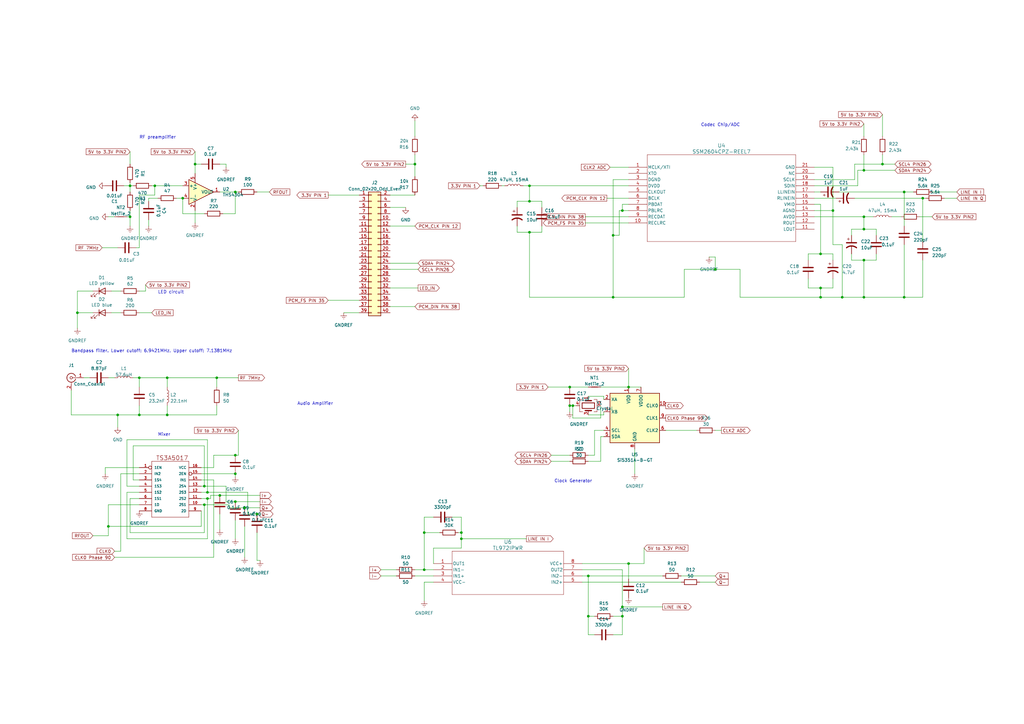
<source format=kicad_sch>
(kicad_sch (version 20230121) (generator eeschema)
  (paper "A3")
  (lib_symbols
    (symbol "2023-05-14_23-19-04:SSM2604CPZ-REEL7" (pin_names (offset 0.254))
      (property "Reference" "U" (at 38.1 10.16 0))
      (property "Value" "SSM2604CPZ-REEL7" (at 38.1 7.62 0))
      (symbol "SSM2604CPZ-REEL7_0_1"
        (pin unspecified line (at 0 0 0) (length 7.62) (name "MCLK/XTI") (number "1"))
        (pin unspecified line (at 0 -22.86 0) (length 7.62) (name "RECLRC") (number "10"))
        (pin unspecified line (at 76.2 -25.4 180) (length 7.62) (name "LOUT") (number "11"))
        (pin unspecified line (at 76.2 -22.86 180) (length 7.62) (name "ROUT") (number "12"))
        (pin power_in line (at 76.2 -20.32 180) (length 7.62) (name "AVDD") (number "13"))
        (pin unspecified line (at 76.2 -17.78 180) (length 7.62) (name "AGND") (number "14"))
        (pin unspecified line (at 76.2 -15.24 180) (length 7.62) (name "VMID") (number "15"))
        (pin unspecified line (at 76.2 -12.7 180) (length 7.62) (name "RLINEIN") (number "16"))
        (pin unspecified line (at 76.2 -10.16 180) (length 7.62) (name "LLINEIN") (number "17"))
        (pin unspecified line (at 76.2 -7.62 180) (length 7.62) (name "SDIN") (number "18"))
        (pin unspecified line (at 76.2 -5.08 180) (length 7.62) (name "SCLK") (number "19"))
        (pin unspecified line (at 0 -2.54 0) (length 7.62) (name "XTO") (number "2"))
        (pin unspecified line (at 76.2 -2.54 180) (length 7.62) (name "NC") (number "20"))
        (pin unspecified line (at 76.2 0 180) (length 7.62) (name "GND") (number "21"))
        (pin unspecified line (at 0 -5.08 0) (length 7.62) (name "DGND") (number "3"))
        (pin power_in line (at 0 -7.62 0) (length 7.62) (name "DVDD") (number "4"))
        (pin unspecified line (at 0 -10.16 0) (length 7.62) (name "CLKOUT") (number "5"))
        (pin unspecified line (at 0 -12.7 0) (length 7.62) (name "BCLK") (number "6"))
        (pin unspecified line (at 0 -15.24 0) (length 7.62) (name "PBDAT") (number "7"))
        (pin unspecified line (at 0 -17.78 0) (length 7.62) (name "PBLRC") (number "8"))
        (pin unspecified line (at 0 -20.32 0) (length 7.62) (name "RECDAT") (number "9"))
      )
    )
    (symbol "2023-05-21_05-51-49:TL972IPWR" (pin_names (offset 0.254))
      (property "Reference" "U" (at 30.48 10.16 0))
      (property "Value" "TL972IPWR" (at 30.48 7.62 0))
      (symbol "TL972IPWR_0_1"
        (pin output line (at 0 0 0) (length 7.62) (name "OUT1") (number "1"))
        (pin input line (at 0 -2.54 0) (length 7.62) (name "IN1-") (number "2"))
        (pin input line (at 0 -5.08 0) (length 7.62) (name "IN1+") (number "3"))
        (pin power_in line (at 0 -7.62 0) (length 7.62) (name "VCC-") (number "4"))
        (pin input line (at 60.96 -7.62 180) (length 7.62) (name "IN2+") (number "5"))
        (pin input line (at 60.96 -5.08 180) (length 7.62) (name "IN2-") (number "6"))
        (pin output line (at 60.96 -2.54 180) (length 7.62) (name "OUT2") (number "7"))
        (pin power_in line (at 60.96 0 180) (length 7.62) (name "VCC+") (number "8"))
      )
    )
    (symbol "Connector:Conn_Coaxial" (pin_names (offset 1.016) hide)
      (property "Reference" "J" (at 0.254 3.048 0))
      (property "Value" "Conn_Coaxial" (at 2.921 0 90))
      (symbol "Conn_Coaxial_1_1"
        (pin passive line (at -5.08 0 0) (length 2.54) (name "In") (number "1"))
        (pin passive line (at 0 -5.08 90) (length 2.54) (name "Ext") (number "2"))
      )
    )
    (symbol "Connector_Generic:Conn_02x20_Odd_Even" (pin_names (offset 1.016) hide)
      (property "Reference" "J" (at 1.27 25.4 0))
      (property "Value" "Conn_02x20_Odd_Even" (at 1.27 -27.94 0))
      (symbol "Conn_02x20_Odd_Even_1_1"
        (pin passive line (at -5.08 22.86 0) (length 3.81) (name "Pin_1") (number "1"))
        (pin passive line (at 7.62 12.7 180) (length 3.81) (name "Pin_10") (number "10"))
        (pin passive line (at -5.08 10.16 0) (length 3.81) (name "Pin_11") (number "11"))
        (pin passive line (at 7.62 10.16 180) (length 3.81) (name "Pin_12") (number "12"))
        (pin passive line (at -5.08 7.62 0) (length 3.81) (name "Pin_13") (number "13"))
        (pin passive line (at 7.62 7.62 180) (length 3.81) (name "Pin_14") (number "14"))
        (pin passive line (at -5.08 5.08 0) (length 3.81) (name "Pin_15") (number "15"))
        (pin passive line (at 7.62 5.08 180) (length 3.81) (name "Pin_16") (number "16"))
        (pin passive line (at -5.08 2.54 0) (length 3.81) (name "Pin_17") (number "17"))
        (pin passive line (at 7.62 2.54 180) (length 3.81) (name "Pin_18") (number "18"))
        (pin passive line (at -5.08 0 0) (length 3.81) (name "Pin_19") (number "19"))
        (pin passive line (at 7.62 22.86 180) (length 3.81) (name "Pin_2") (number "2"))
        (pin passive line (at 7.62 0 180) (length 3.81) (name "Pin_20") (number "20"))
        (pin passive line (at -5.08 -2.54 0) (length 3.81) (name "Pin_21") (number "21"))
        (pin passive line (at 7.62 -2.54 180) (length 3.81) (name "Pin_22") (number "22"))
        (pin passive line (at -5.08 -5.08 0) (length 3.81) (name "Pin_23") (number "23"))
        (pin passive line (at 7.62 -5.08 180) (length 3.81) (name "Pin_24") (number "24"))
        (pin passive line (at -5.08 -7.62 0) (length 3.81) (name "Pin_25") (number "25"))
        (pin passive line (at 7.62 -7.62 180) (length 3.81) (name "Pin_26") (number "26"))
        (pin passive line (at -5.08 -10.16 0) (length 3.81) (name "Pin_27") (number "27"))
        (pin passive line (at 7.62 -10.16 180) (length 3.81) (name "Pin_28") (number "28"))
        (pin passive line (at -5.08 -12.7 0) (length 3.81) (name "Pin_29") (number "29"))
        (pin passive line (at -5.08 20.32 0) (length 3.81) (name "Pin_3") (number "3"))
        (pin passive line (at 7.62 -12.7 180) (length 3.81) (name "Pin_30") (number "30"))
        (pin passive line (at -5.08 -15.24 0) (length 3.81) (name "Pin_31") (number "31"))
        (pin passive line (at 7.62 -15.24 180) (length 3.81) (name "Pin_32") (number "32"))
        (pin passive line (at -5.08 -17.78 0) (length 3.81) (name "Pin_33") (number "33"))
        (pin passive line (at 7.62 -17.78 180) (length 3.81) (name "Pin_34") (number "34"))
        (pin passive line (at -5.08 -20.32 0) (length 3.81) (name "Pin_35") (number "35"))
        (pin passive line (at 7.62 -20.32 180) (length 3.81) (name "Pin_36") (number "36"))
        (pin passive line (at -5.08 -22.86 0) (length 3.81) (name "Pin_37") (number "37"))
        (pin passive line (at 7.62 -22.86 180) (length 3.81) (name "Pin_38") (number "38"))
        (pin passive line (at -5.08 -25.4 0) (length 3.81) (name "Pin_39") (number "39"))
        (pin passive line (at 7.62 20.32 180) (length 3.81) (name "Pin_4") (number "4"))
        (pin passive line (at 7.62 -25.4 180) (length 3.81) (name "Pin_40") (number "40"))
        (pin passive line (at -5.08 17.78 0) (length 3.81) (name "Pin_5") (number "5"))
        (pin passive line (at 7.62 17.78 180) (length 3.81) (name "Pin_6") (number "6"))
        (pin passive line (at -5.08 15.24 0) (length 3.81) (name "Pin_7") (number "7"))
        (pin passive line (at 7.62 15.24 180) (length 3.81) (name "Pin_8") (number "8"))
        (pin passive line (at -5.08 12.7 0) (length 3.81) (name "Pin_9") (number "9"))
      )
    )
    (symbol "Device:C" (pin_numbers hide) (pin_names (offset 0.254))
      (property "Reference" "C" (at 0.635 2.54 0))
      (property "Value" "C" (at 0.635 -2.54 0))
      (symbol "C_1_1"
        (pin passive line (at 0 3.81 270) (length 2.794) (name "~") (number "1"))
        (pin passive line (at 0 -3.81 90) (length 2.794) (name "~") (number "2"))
      )
    )
    (symbol "Device:C_Polarized_US" (pin_numbers hide) (pin_names (offset 0.254) hide)
      (property "Reference" "C" (at 0.635 2.54 0))
      (property "Value" "C_Polarized_US" (at 0.635 -2.54 0))
      (symbol "C_Polarized_US_1_1"
        (pin passive line (at 0 3.81 270) (length 2.794) (name "~") (number "1"))
        (pin passive line (at 0 -3.81 90) (length 3.302) (name "~") (number "2"))
      )
    )
    (symbol "Device:Crystal_GND24" (pin_names (offset 1.016) hide)
      (property "Reference" "Y" (at 3.175 5.08 0))
      (property "Value" "Crystal_GND24" (at 3.175 3.175 0))
      (symbol "Crystal_GND24_1_1"
        (pin passive line (at -3.81 0 0) (length 1.27) (name "1") (number "1"))
        (pin passive line (at 0 5.08 270) (length 1.27) (name "2") (number "2"))
        (pin passive line (at 3.81 0 180) (length 1.27) (name "3") (number "3"))
        (pin passive line (at 0 -5.08 90) (length 1.27) (name "4") (number "4"))
      )
    )
    (symbol "Device:L" (pin_numbers hide) (pin_names (offset 1.016) hide)
      (property "Reference" "L" (at -1.27 0 90))
      (property "Value" "L" (at 1.905 0 90))
      (symbol "L_1_1"
        (pin passive line (at 0 3.81 270) (length 1.27) (name "1") (number "1"))
        (pin passive line (at 0 -3.81 90) (length 1.27) (name "2") (number "2"))
      )
    )
    (symbol "Device:LED" (pin_numbers hide) (pin_names (offset 1.016) hide)
      (property "Reference" "D" (at 0 2.54 0))
      (property "Value" "LED" (at 0 -2.54 0))
      (symbol "LED_1_1"
        (pin passive line (at -3.81 0 0) (length 2.54) (name "K") (number "1"))
        (pin passive line (at 3.81 0 180) (length 2.54) (name "A") (number "2"))
      )
    )
    (symbol "Device:NetTie_2" (pin_numbers hide) (pin_names (offset 0) hide) (in_bom no)
      (property "Reference" "NT" (at 0 1.27 0))
      (property "Value" "NetTie_2" (at 0 -1.27 0))
      (symbol "NetTie_2_1_1"
        (pin passive line (at -2.54 0 0) (length 2.54) (name "1") (number "1"))
        (pin passive line (at 2.54 0 180) (length 2.54) (name "2") (number "2"))
      )
    )
    (symbol "Device:R" (pin_numbers hide) (pin_names (offset 0))
      (property "Reference" "R" (at 2.032 0 90))
      (property "Value" "R" (at 0 0 90))
      (symbol "R_1_1"
        (pin passive line (at 0 3.81 270) (length 1.27) (name "~") (number "1"))
        (pin passive line (at 0 -3.81 90) (length 1.27) (name "~") (number "2"))
      )
    )
    (symbol "Oscillator:Si5351A-B-GT"
      (property "Reference" "U" (at -8.89 11.43 0))
      (property "Value" "Si5351A-B-GT" (at -12.7 -12.7 0))
      (symbol "Si5351A-B-GT_1_1"
        (pin power_in line (at -2.54 12.7 270) (length 2.54) (name "VDD") (number "1"))
        (pin output line (at 12.7 5.08 180) (length 2.54) (name "CLK0") (number "10"))
        (pin input line (at -12.7 7.62 0) (length 2.54) (name "XA") (number "2"))
        (pin input line (at -12.7 2.54 0) (length 2.54) (name "XB") (number "3"))
        (pin input line (at -12.7 -5.08 0) (length 2.54) (name "SCL") (number "4"))
        (pin bidirectional line (at -12.7 -7.62 0) (length 2.54) (name "SDA") (number "5"))
        (pin output line (at 12.7 -5.08 180) (length 2.54) (name "CLK2") (number "6"))
        (pin power_in line (at 2.54 12.7 270) (length 2.54) (name "VDDO") (number "7"))
        (pin power_in line (at 0 -12.7 90) (length 2.54) (name "GND") (number "8"))
        (pin output line (at 12.7 0 180) (length 2.54) (name "CLK1") (number "9"))
      )
    )
    (symbol "bbb-rescue:THS4304-phwllib" (pin_names (offset 0.127))
      (property "Reference" "U" (at 0 6.35 0))
      (property "Value" "THS4304-phwllib" (at 0 3.81 0))
      (symbol "THS4304-phwllib_1_1"
        (pin output line (at 7.62 0 180) (length 2.54) (name "VOUT") (number "1"))
        (pin power_in line (at -2.54 -7.62 90) (length 3.81) (name "V-") (number "2"))
        (pin input line (at -7.62 2.54 0) (length 2.54) (name "+") (number "3"))
        (pin input line (at -7.62 -2.54 0) (length 2.54) (name "-") (number "4"))
        (pin power_in line (at -2.54 7.62 270) (length 3.81) (name "V+") (number "5"))
      )
    )
    (symbol "bbb-rescue:TS3A5017-phwllib" (pin_names (offset 1.016))
      (symbol "TS3A5017-phwllib_1_0"
        (text "TS3A5017" (at 0.762 11.557 0) (effects (font (size 1.778 1.778))))
      )
      (symbol "TS3A5017-phwllib_1_1"
        (pin input inverted (at -12.7 7.62 0) (length 5.08) (name "1EN") (number "1"))
        (pin bidirectional line (at 12.7 -7.62 180) (length 5.08) (name "2S1") (number "10"))
        (pin bidirectional line (at 12.7 -5.08 180) (length 5.08) (name "2S2") (number "11"))
        (pin bidirectional line (at 12.7 -2.54 180) (length 5.08) (name "2S3") (number "12"))
        (pin bidirectional line (at 12.7 0 180) (length 5.08) (name "2S4") (number "13"))
        (pin input line (at 12.7 2.54 180) (length 5.08) (name "IN1") (number "14"))
        (pin input inverted (at 12.7 5.08 180) (length 5.08) (name "2EN") (number "15"))
        (pin power_in line (at 12.7 7.62 180) (length 5.08) (name "VCC") (number "16"))
        (pin input line (at -12.7 5.08 0) (length 5.08) (name "IN2") (number "2"))
        (pin bidirectional line (at -12.7 2.54 0) (length 5.08) (name "1S4") (number "3"))
        (pin bidirectional line (at -12.7 0 0) (length 5.08) (name "1S3") (number "4"))
        (pin bidirectional line (at -12.7 -2.54 0) (length 5.08) (name "1S2") (number "5"))
        (pin bidirectional line (at -12.7 -5.08 0) (length 5.08) (name "1S1") (number "6"))
        (pin bidirectional line (at -12.7 -7.62 0) (length 5.08) (name "1D") (number "7"))
        (pin power_in line (at -12.7 -10.16 0) (length 5.08) (name "GND") (number "8"))
        (pin bidirectional line (at 12.7 -10.16 180) (length 5.08) (name "2D") (number "9"))
      )
    )
    (symbol "power:GND" (power) (pin_names (offset 0))
      (property "Value" "GND" (at 0 -3.81 0))
      (symbol "GND_1_1"
        (pin power_in line (at 0 0 270) (length 0) hide (name "GND") (number "1"))
      )
    )
    (symbol "power:GNDREF" (power) (pin_names (offset 0))
      (property "Value" "GNDREF" (at 0 -3.81 0))
      (symbol "GNDREF_1_1"
        (pin power_in line (at 0 0 270) (length 0) hide (name "GNDREF") (number "1"))
      )
    )
  )
  (junction (at 217.17 95.25))
  (junction (at 173.99 233.68))
  (junction (at 85.09 204.47))
  (junction (at 336.55 118.11))
  (junction (at 96.52 78.74))
  (junction (at 241.3 252.73))
  (junction (at 336.55 104.14))
  (junction (at 85.09 201.93))
  (junction (at 63.5 76.2))
  (junction (at 336.55 121.92))
  (junction (at 80.01 67.31))
  (junction (at 257.81 158.75))
  (junction (at 251.46 121.92))
  (junction (at 31.75 128.27))
  (junction (at 241.3 236.22))
  (junction (at 68.58 154.94))
  (junction (at 345.44 121.92))
  (junction (at 255.27 248.92))
  (junction (at 233.68 158.75))
  (junction (at 354.33 93.98))
  (junction (at 354.33 88.9))
  (junction (at 255.27 86.36))
  (junction (at 83.82 199.39))
  (junction (at 370.84 121.92))
  (junction (at 74.93 81.28))
  (junction (at 173.99 218.44))
  (junction (at 370.84 78.74))
  (junction (at 90.17 203.2))
  (junction (at 105.41 210.82))
  (junction (at 217.17 82.55))
  (junction (at 170.18 67.31))
  (junction (at 189.23 220.98))
  (junction (at 57.15 154.94))
  (junction (at 88.9 154.94))
  (junction (at 378.46 81.28))
  (junction (at 234.95 166.37))
  (junction (at 48.26 170.18))
  (junction (at 96.52 194.31))
  (junction (at 83.82 207.01))
  (junction (at 189.23 218.44))
  (junction (at 57.15 170.18))
  (junction (at 341.63 86.36))
  (junction (at 100.33 208.28))
  (junction (at 354.33 106.68))
  (junction (at 233.68 166.37))
  (junction (at 255.27 252.73))
  (junction (at 354.33 69.85))
  (junction (at 293.37 110.49))
  (junction (at 96.52 186.69))
  (junction (at 96.52 205.74))
  (junction (at 361.95 67.31))
  (junction (at 44.45 215.9))
  (junction (at 354.33 121.92))
  (junction (at 53.34 76.2))
  (junction (at 53.34 88.9))
  (junction (at 217.17 76.2))
  (junction (at 251.46 96.52))
  (junction (at 68.58 170.18))
  (junction (at 257.81 231.14))
  (wire (pts (xy 247.65 168.91) (xy 247.65 170.18)))
  (wire (pts (xy 255.27 233.68) (xy 255.27 248.92)))
  (wire (pts (xy 101.6 201.93) (xy 101.6 210.82)))
  (wire (pts (xy 262.89 158.75) (xy 257.81 158.75)))
  (wire (pts (xy 173.99 212.09) (xy 173.99 218.44)))
  (wire (pts (xy 370.84 121.92) (xy 378.46 121.92)))
  (wire (pts (xy 59.69 116.84) (xy 59.69 119.38)))
  (wire (pts (xy 44.45 88.9) (xy 46.99 88.9)))
  (wire (pts (xy 96.52 205.74) (xy 106.68 205.74)))
  (wire (pts (xy 38.1 219.71) (xy 44.45 219.71)))
  (wire (pts (xy 350.52 67.31) (xy 350.52 73.66)))
  (wire (pts (xy 57.15 201.93) (xy 52.07 201.93)))
  (wire (pts (xy 53.34 218.44) (xy 83.82 218.44)))
  (wire (pts (xy 96.52 213.36) (xy 96.52 220.98)))
  (wire (pts (xy 83.82 87.63) (xy 74.93 87.63)))
  (wire (pts (xy 255.27 248.92) (xy 271.78 248.92)))
  (wire (pts (xy 251.46 121.92) (xy 280.67 121.92)))
  (wire (pts (xy 82.55 199.39) (xy 83.82 199.39)))
  (wire (pts (xy 85.09 201.93) (xy 101.6 201.93)))
  (wire (pts (xy 156.21 233.68) (xy 162.56 233.68)))
  (wire (pts (xy 87.63 191.77) (xy 82.55 191.77)))
  (wire (pts (xy 354.33 50.8) (xy 354.33 55.88)))
  (wire (pts (xy 240.03 88.9) (xy 257.81 88.9)))
  (wire (pts (xy 43.18 191.77) (xy 43.18 194.31)))
  (wire (pts (xy 57.15 170.18) (xy 48.26 170.18)))
  (wire (pts (xy 349.25 106.68) (xy 354.33 106.68)))
  (wire (pts (xy 351.79 69.85) (xy 354.33 69.85)))
  (wire (pts (xy 334.01 81.28) (xy 342.9 81.28)))
  (wire (pts (xy 205.74 76.2) (xy 207.01 76.2)))
  (wire (pts (xy 260.35 184.15) (xy 260.35 194.31)))
  (wire (pts (xy 354.33 106.68) (xy 359.41 106.68)))
  (wire (pts (xy 354.33 88.9) (xy 354.33 93.98)))
  (wire (pts (xy 160.02 110.49) (xy 171.45 110.49)))
  (wire (pts (xy 241.3 260.35) (xy 243.84 260.35)))
  (wire (pts (xy 160.02 80.01) (xy 170.18 80.01)))
  (wire (pts (xy 177.8 224.79) (xy 177.8 231.14)))
  (wire (pts (xy 105.41 78.74) (xy 110.49 78.74)))
  (wire (pts (xy 255.27 86.36) (xy 257.81 86.36)))
  (wire (pts (xy 62.23 76.2) (xy 63.5 76.2)))
  (wire (pts (xy 303.53 121.92) (xy 303.53 110.49)))
  (wire (pts (xy 365.76 88.9) (xy 369.57 88.9)))
  (wire (pts (xy 57.15 80.01) (xy 63.5 80.01)))
  (wire (pts (xy 341.63 118.11) (xy 341.63 114.3)))
  (wire (pts (xy 257.81 231.14) (xy 257.81 237.49)))
  (wire (pts (xy 54.61 154.94) (xy 57.15 154.94)))
  (wire (pts (xy 173.99 218.44) (xy 173.99 233.68)))
  (wire (pts (xy 241.3 236.22) (xy 271.78 236.22)))
  (wire (pts (xy 361.95 63.5) (xy 361.95 67.31)))
  (wire (pts (xy 63.5 80.01) (xy 63.5 76.2)))
  (wire (pts (xy 53.34 62.23) (xy 53.34 67.31)))
  (wire (pts (xy 90.17 78.74) (xy 96.52 78.74)))
  (wire (pts (xy 293.37 110.49) (xy 303.53 110.49)))
  (wire (pts (xy 212.09 85.09) (xy 212.09 82.55)))
  (wire (pts (xy 38.1 128.27) (xy 31.75 128.27)))
  (wire (pts (xy 280.67 121.92) (xy 280.67 110.49)))
  (wire (pts (xy 280.67 110.49) (xy 293.37 110.49)))
  (wire (pts (xy 264.16 224.79) (xy 264.16 231.14)))
  (wire (pts (xy 52.07 199.39) (xy 52.07 180.34)))
  (wire (pts (xy 378.46 81.28) (xy 350.52 81.28)))
  (wire (pts (xy 238.76 233.68) (xy 255.27 233.68)))
  (wire (pts (xy 88.9 154.94) (xy 97.79 154.94)))
  (wire (pts (xy 217.17 95.25) (xy 217.17 121.92)))
  (wire (pts (xy 160.02 92.71) (xy 170.18 92.71)))
  (wire (pts (xy 82.55 201.93) (xy 85.09 201.93)))
  (wire (pts (xy 331.47 114.3) (xy 331.47 118.11)))
  (wire (pts (xy 361.95 67.31) (xy 367.03 67.31)))
  (wire (pts (xy 217.17 95.25) (xy 222.25 95.25)))
  (wire (pts (xy 378.46 81.28) (xy 378.46 99.06)))
  (wire (pts (xy 29.21 170.18) (xy 29.21 160.02)))
  (wire (pts (xy 217.17 82.55) (xy 222.25 82.55)))
  (wire (pts (xy 44.45 207.01) (xy 44.45 215.9)))
  (wire (pts (xy 382.27 78.74) (xy 392.43 78.74)))
  (wire (pts (xy 345.44 121.92) (xy 336.55 121.92)))
  (wire (pts (xy 52.07 88.9) (xy 53.34 88.9)))
  (wire (pts (xy 361.95 46.99) (xy 361.95 55.88)))
  (wire (pts (xy 217.17 76.2) (xy 257.81 76.2)))
  (wire (pts (xy 87.63 186.69) (xy 87.63 191.77)))
  (wire (pts (xy 350.52 67.31) (xy 361.95 67.31)))
  (wire (pts (xy 80.01 62.23) (xy 80.01 67.31)))
  (wire (pts (xy 173.99 218.44) (xy 180.34 218.44)))
  (wire (pts (xy 246.38 158.75) (xy 257.81 158.75)))
  (wire (pts (xy 345.44 100.33) (xy 345.44 121.92)))
  (wire (pts (xy 334.01 86.36) (xy 341.63 86.36)))
  (wire (pts (xy 255.27 248.92) (xy 255.27 252.73)))
  (wire (pts (xy 350.52 73.66) (xy 334.01 73.66)))
  (wire (pts (xy 96.52 87.63) (xy 96.52 78.74)))
  (wire (pts (xy 57.15 154.94) (xy 68.58 154.94)))
  (wire (pts (xy 226.06 186.69) (xy 233.68 186.69)))
  (wire (pts (xy 53.34 204.47) (xy 53.34 218.44)))
  (wire (pts (xy 170.18 236.22) (xy 177.8 236.22)))
  (wire (pts (xy 246.38 189.23) (xy 246.38 179.07)))
  (wire (pts (xy 48.26 170.18) (xy 29.21 170.18)))
  (wire (pts (xy 46.99 226.06) (xy 49.53 226.06)))
  (wire (pts (xy 93.98 207.01) (xy 93.98 208.28)))
  (wire (pts (xy 170.18 67.31) (xy 170.18 72.39)))
  (wire (pts (xy 31.75 119.38) (xy 31.75 128.27)))
  (wire (pts (xy 331.47 118.11) (xy 336.55 118.11)))
  (wire (pts (xy 334.01 88.9) (xy 354.33 88.9)))
  (wire (pts (xy 74.93 87.63) (xy 74.93 81.28)))
  (wire (pts (xy 43.18 191.77) (xy 57.15 191.77)))
  (wire (pts (xy 351.79 76.2) (xy 334.01 76.2)))
  (wire (pts (xy 92.71 205.74) (xy 96.52 205.74)))
  (wire (pts (xy 214.63 76.2) (xy 217.17 76.2)))
  (wire (pts (xy 354.33 121.92) (xy 345.44 121.92)))
  (wire (pts (xy 334.01 78.74) (xy 336.55 78.74)))
  (wire (pts (xy 349.25 96.52) (xy 349.25 93.98)))
  (wire (pts (xy 49.53 194.31) (xy 57.15 194.31)))
  (wire (pts (xy 336.55 104.14) (xy 331.47 104.14)))
  (wire (pts (xy 140.97 128.27) (xy 147.32 128.27)))
  (wire (pts (xy 246.38 166.37) (xy 246.38 171.45)))
  (wire (pts (xy 233.68 158.75) (xy 241.3 158.75)))
  (wire (pts (xy 341.63 106.68) (xy 341.63 104.14)))
  (wire (pts (xy 238.76 238.76) (xy 279.4 238.76)))
  (wire (pts (xy 257.81 151.13) (xy 257.81 158.75)))
  (wire (pts (xy 243.84 176.53) (xy 243.84 186.69)))
  (wire (pts (xy 60.96 90.17) (xy 60.96 92.71)))
  (wire (pts (xy 83.82 207.01) (xy 93.98 207.01)))
  (wire (pts (xy 255.27 252.73) (xy 255.27 260.35)))
  (wire (pts (xy 189.23 218.44) (xy 189.23 220.98)))
  (wire (pts (xy 68.58 154.94) (xy 68.58 158.75)))
  (wire (pts (xy 233.68 166.37) (xy 233.68 168.91)))
  (wire (pts (xy 53.34 76.2) (xy 54.61 76.2)))
  (wire (pts (xy 212.09 95.25) (xy 217.17 95.25)))
  (wire (pts (xy 156.21 236.22) (xy 162.56 236.22)))
  (wire (pts (xy 379.73 81.28) (xy 378.46 81.28)))
  (wire (pts (xy 86.36 204.47) (xy 85.09 204.47)))
  (wire (pts (xy 378.46 106.68) (xy 378.46 121.92)))
  (wire (pts (xy 349.25 93.98) (xy 354.33 93.98)))
  (wire (pts (xy 44.45 219.71) (xy 44.45 215.9)))
  (wire (pts (xy 354.33 63.5) (xy 354.33 69.85)))
  (wire (pts (xy 354.33 121.92) (xy 370.84 121.92)))
  (wire (pts (xy 166.37 67.31) (xy 170.18 67.31)))
  (wire (pts (xy 85.09 180.34) (xy 85.09 201.93)))
  (wire (pts (xy 57.15 128.27) (xy 62.23 128.27)))
  (wire (pts (xy 90.17 210.82) (xy 90.17 217.17)))
  (wire (pts (xy 246.38 171.45) (xy 234.95 171.45)))
  (wire (pts (xy 217.17 76.2) (xy 217.17 82.55)))
  (wire (pts (xy 254 86.36) (xy 254 96.52)))
  (wire (pts (xy 87.63 196.85) (xy 87.63 228.6)))
  (wire (pts (xy 87.63 186.69) (xy 96.52 186.69)))
  (wire (pts (xy 257.81 83.82) (xy 255.27 83.82)))
  (wire (pts (xy 222.25 85.09) (xy 222.25 82.55)))
  (wire (pts (xy 173.99 246.38) (xy 173.99 238.76)))
  (wire (pts (xy 83.82 182.88) (xy 83.82 199.39)))
  (wire (pts (xy 170.18 233.68) (xy 173.99 233.68)))
  (wire (pts (xy 97.79 176.53) (xy 97.79 186.69)))
  (wire (pts (xy 341.63 86.36) (xy 341.63 68.58)))
  (wire (pts (xy 250.19 68.58) (xy 257.81 68.58)))
  (wire (pts (xy 44.45 215.9) (xy 82.55 215.9)))
  (wire (pts (xy 344.17 78.74) (xy 370.84 78.74)))
  (wire (pts (xy 100.33 215.9) (xy 100.33 228.6)))
  (wire (pts (xy 45.72 119.38) (xy 49.53 119.38)))
  (wire (pts (xy 341.63 104.14) (xy 336.55 104.14)))
  (wire (pts (xy 354.33 88.9) (xy 358.14 88.9)))
  (wire (pts (xy 189.23 220.98) (xy 189.23 224.79)))
  (wire (pts (xy 90.17 203.2) (xy 106.68 203.2)))
  (wire (pts (xy 83.82 199.39) (xy 92.71 199.39)))
  (wire (pts (xy 234.95 171.45) (xy 234.95 166.37)))
  (wire (pts (xy 331.47 104.14) (xy 331.47 106.68)))
  (wire (pts (xy 82.55 67.31) (xy 80.01 67.31)))
  (wire (pts (xy 251.46 252.73) (xy 255.27 252.73)))
  (wire (pts (xy 34.29 154.94) (xy 36.83 154.94)))
  (wire (pts (xy 354.33 93.98) (xy 359.41 93.98)))
  (wire (pts (xy 85.09 220.98) (xy 85.09 204.47)))
  (wire (pts (xy 177.8 233.68) (xy 173.99 233.68)))
  (wire (pts (xy 53.34 76.2) (xy 53.34 74.93)))
  (wire (pts (xy 359.41 96.52) (xy 359.41 93.98)))
  (wire (pts (xy 86.36 203.2) (xy 90.17 203.2)))
  (wire (pts (xy 241.3 252.73) (xy 241.3 260.35)))
  (wire (pts (xy 54.61 182.88) (xy 83.82 182.88)))
  (wire (pts (xy 177.8 212.09) (xy 173.99 212.09)))
  (wire (pts (xy 88.9 154.94) (xy 88.9 158.75)))
  (wire (pts (xy 60.96 81.28) (xy 60.96 82.55)))
  (wire (pts (xy 105.41 218.44) (xy 105.41 229.87)))
  (wire (pts (xy 82.55 196.85) (xy 87.63 196.85)))
  (wire (pts (xy 241.3 236.22) (xy 241.3 252.73)))
  (wire (pts (xy 96.52 78.74) (xy 97.79 78.74)))
  (wire (pts (xy 251.46 73.66) (xy 251.46 96.52)))
  (wire (pts (xy 248.92 81.28) (xy 257.81 81.28)))
  (wire (pts (xy 370.84 100.33) (xy 370.84 121.92)))
  (wire (pts (xy 234.95 166.37) (xy 233.68 166.37)))
  (wire (pts (xy 290.83 105.41) (xy 293.37 105.41)))
  (wire (pts (xy 50.8 76.2) (xy 53.34 76.2)))
  (wire (pts (xy 160.02 107.95) (xy 171.45 107.95)))
  (wire (pts (xy 160.02 85.09) (xy 166.37 85.09)))
  (wire (pts (xy 68.58 170.18) (xy 68.58 166.37)))
  (wire (pts (xy 49.53 194.31) (xy 49.53 226.06)))
  (wire (pts (xy 48.26 170.18) (xy 48.26 175.26)))
  (wire (pts (xy 46.99 228.6) (xy 87.63 228.6)))
  (wire (pts (xy 251.46 96.52) (xy 251.46 121.92)))
  (wire (pts (xy 68.58 154.94) (xy 88.9 154.94)))
  (wire (pts (xy 160.02 118.11) (xy 171.45 118.11)))
  (wire (pts (xy 96.52 195.58) (xy 96.52 194.31)))
  (wire (pts (xy 293.37 105.41) (xy 293.37 110.49)))
  (wire (pts (xy 57.15 199.39) (xy 52.07 199.39)))
  (wire (pts (xy 88.9 170.18) (xy 68.58 170.18)))
  (wire (pts (xy 212.09 95.25) (xy 212.09 92.71)))
  (wire (pts (xy 55.88 101.6) (xy 57.15 101.6)))
  (wire (pts (xy 57.15 196.85) (xy 54.61 196.85)))
  (wire (pts (xy 53.34 88.9) (xy 53.34 92.71)))
  (wire (pts (xy 134.62 80.01) (xy 147.32 80.01)))
  (wire (pts (xy 354.33 69.85) (xy 367.03 69.85)))
  (wire (pts (xy 53.34 78.74) (xy 53.34 76.2)))
  (wire (pts (xy 92.71 199.39) (xy 92.71 205.74)))
  (wire (pts (xy 241.3 252.73) (xy 243.84 252.73)))
  (wire (pts (xy 68.58 170.18) (xy 57.15 170.18)))
  (wire (pts (xy 53.34 86.36) (xy 53.34 88.9)))
  (wire (pts (xy 105.41 229.87) (xy 106.68 229.87)))
  (wire (pts (xy 196.85 76.2) (xy 198.12 76.2)))
  (wire (pts (xy 82.55 194.31) (xy 96.52 194.31)))
  (wire (pts (xy 57.15 101.6) (xy 57.15 80.01)))
  (wire (pts (xy 52.07 201.93) (xy 52.07 220.98)))
  (wire (pts (xy 31.75 128.27) (xy 31.75 134.62)))
  (wire (pts (xy 185.42 212.09) (xy 189.23 212.09)))
  (wire (pts (xy 49.53 128.27) (xy 45.72 128.27)))
  (wire (pts (xy 92.71 67.31) (xy 92.71 68.58)))
  (wire (pts (xy 173.99 238.76) (xy 177.8 238.76)))
  (wire (pts (xy 57.15 119.38) (xy 59.69 119.38)))
  (wire (pts (xy 74.93 81.28) (xy 72.39 81.28)))
  (wire (pts (xy 241.3 186.69) (xy 243.84 186.69)))
  (wire (pts (xy 354.33 106.68) (xy 354.33 121.92)))
  (wire (pts (xy 189.23 220.98) (xy 215.9 220.98)))
  (wire (pts (xy 38.1 119.38) (xy 31.75 119.38)))
  (wire (pts (xy 254 86.36) (xy 255.27 86.36)))
  (wire (pts (xy 351.79 69.85) (xy 351.79 76.2)))
  (wire (pts (xy 106.68 210.82) (xy 105.41 210.82)))
  (wire (pts (xy 257.81 231.14) (xy 264.16 231.14)))
  (wire (pts (xy 97.79 186.69) (xy 96.52 186.69)))
  (wire (pts (xy 64.77 81.28) (xy 60.96 81.28)))
  (wire (pts (xy 57.15 154.94) (xy 57.15 158.75)))
  (wire (pts (xy 336.55 83.82) (xy 336.55 104.14)))
  (wire (pts (xy 251.46 96.52) (xy 254 96.52)))
  (wire (pts (xy 370.84 78.74) (xy 374.65 78.74)))
  (wire (pts (xy 100.33 208.28) (xy 106.68 208.28)))
  (wire (pts (xy 63.5 76.2) (xy 74.93 76.2)))
  (wire (pts (xy 170.18 63.5) (xy 170.18 67.31)))
  (wire (pts (xy 341.63 100.33) (xy 345.44 100.33)))
  (wire (pts (xy 293.37 176.53) (xy 295.91 176.53)))
  (wire (pts (xy 177.8 224.79) (xy 189.23 224.79)))
  (wire (pts (xy 222.25 92.71) (xy 222.25 95.25)))
  (wire (pts (xy 336.55 83.82) (xy 334.01 83.82)))
  (wire (pts (xy 189.23 212.09) (xy 189.23 218.44)))
  (wire (pts (xy 52.07 220.98) (xy 85.09 220.98)))
  (wire (pts (xy 91.44 87.63) (xy 96.52 87.63)))
  (wire (pts (xy 41.91 101.6) (xy 48.26 101.6)))
  (wire (pts (xy 359.41 104.14) (xy 359.41 106.68)))
  (wire (pts (xy 57.15 204.47) (xy 53.34 204.47)))
  (wire (pts (xy 377.19 88.9) (xy 382.27 88.9)))
  (wire (pts (xy 241.3 189.23) (xy 246.38 189.23)))
  (wire (pts (xy 93.98 208.28) (xy 100.33 208.28)))
  (wire (pts (xy 82.55 207.01) (xy 83.82 207.01)))
  (wire (pts (xy 336.55 118.11) (xy 341.63 118.11)))
  (wire (pts (xy 212.09 82.55) (xy 217.17 82.55)))
  (wire (pts (xy 80.01 67.31) (xy 80.01 71.12)))
  (wire (pts (xy 336.55 121.92) (xy 336.55 118.11)))
  (wire (pts (xy 54.61 196.85) (xy 54.61 182.88)))
  (wire (pts (xy 52.07 180.34) (xy 85.09 180.34)))
  (wire (pts (xy 251.46 260.35) (xy 255.27 260.35)))
  (wire (pts (xy 224.79 158.75) (xy 233.68 158.75)))
  (wire (pts (xy 160.02 125.73) (xy 170.18 125.73)))
  (wire (pts (xy 341.63 68.58) (xy 334.01 68.58)))
  (wire (pts (xy 170.18 55.88) (xy 170.18 49.53)))
  (wire (pts (xy 134.62 123.19) (xy 147.32 123.19)))
  (wire (pts (xy 46.99 154.94) (xy 44.45 154.94)))
  (wire (pts (xy 387.35 81.28) (xy 392.43 81.28)))
  (wire (pts (xy 90.17 67.31) (xy 92.71 67.31)))
  (wire (pts (xy 247.65 162.56) (xy 247.65 163.83)))
  (wire (pts (xy 287.02 238.76) (xy 293.37 238.76)))
  (wire (pts (xy 246.38 179.07) (xy 247.65 179.07)))
  (wire (pts (xy 217.17 121.92) (xy 251.46 121.92)))
  (wire (pts (xy 57.15 207.01) (xy 44.45 207.01)))
  (wire (pts (xy 101.6 210.82) (xy 105.41 210.82)))
  (wire (pts (xy 80.01 91.44) (xy 80.01 86.36)))
  (wire (pts (xy 86.36 203.2) (xy 86.36 204.47)))
  (wire (pts (xy 88.9 166.37) (xy 88.9 170.18)))
  (wire (pts (xy 243.84 176.53) (xy 247.65 176.53)))
  (wire (pts (xy 370.84 78.74) (xy 370.84 92.71)))
  (wire (pts (xy 238.76 231.14) (xy 257.81 231.14)))
  (wire (pts (xy 240.03 91.44) (xy 257.81 91.44)))
  (wire (pts (xy 187.96 218.44) (xy 189.23 218.44)))
  (wire (pts (xy 341.63 86.36) (xy 341.63 100.33)))
  (wire (pts (xy 255.27 83.82) (xy 255.27 86.36)))
  (wire (pts (xy 247.65 170.18) (xy 241.3 170.18)))
  (wire (pts (xy 82.55 215.9) (xy 82.55 209.55)))
  (wire (pts (xy 85.09 204.47) (xy 82.55 204.47)))
  (wire (pts (xy 241.3 236.22) (xy 238.76 236.22)))
  (wire (pts (xy 336.55 121.92) (xy 303.53 121.92)))
  (wire (pts (xy 236.22 166.37) (xy 234.95 166.37)))
  (wire (pts (xy 349.25 106.68) (xy 349.25 104.14)))
  (wire (pts (xy 257.81 73.66) (xy 251.46 73.66)))
  (wire (pts (xy 226.06 189.23) (xy 233.68 189.23)))
  (wire (pts (xy 285.75 176.53) (xy 273.05 176.53)))
  (wire (pts (xy 241.3 162.56) (xy 247.65 162.56)))
  (wire (pts (xy 57.15 170.18) (xy 57.15 166.37)))
  (wire (pts (xy 83.82 218.44) (xy 83.82 207.01)))
  (wire (pts (xy 279.4 236.22) (xy 293.37 236.22)))
  (text "Codec Chip/ADC" (at 303.53 52.07 0) (effects (font (size 1.27 1.27)) (justify right bottom)))
  (text "Audio Amplifier" (at 121.92 166.37 0) (effects (font (size 1.27 1.27)) (justify left bottom)))
  (text "Clock Generator" (at 227.33 198.12 0) (effects (font (size 1.27 1.27)) (justify left bottom)))
  (text "RF preamplifier" (at 57.15 57.15 0) (effects (font (size 1.27 1.27)) (justify left bottom)))
  (text "LED circuit" (at 64.77 120.65 0) (effects (font (size 1.27 1.27)) (justify left bottom)))
  (text "Mixer" (at 64.77 179.07 0) (effects (font (size 1.27 1.27)) (justify left bottom)))
  (text "Bandpass filter. Lower cutoff: 6.9421MHz. Upper cutoff: 7.1381MHz" (at 95.25 144.78 0) (effects (font (size 1.27 1.27)) (justify right bottom)))
  (global_label "5V to 3.3V PIN2" (shape input) (at 97.79 176.53 180) (property "Intersheetrefs" "${INTERSHEET_REFS}" (effects hide)))
  (global_label "RFOUT" (shape input) (at 110.49 78.74 0) (property "Intersheetrefs" "${INTERSHEET_REFS}" (effects hide)))
  (global_label "SDA4 PIN24" (shape bidirectional) (at 226.06 189.23 180) (property "Intersheetrefs" "${INTERSHEET_REFS}" (effects hide)))
  (global_label "LINE IN Q" (shape input) (at 392.43 81.28 0) (property "Intersheetrefs" "${INTERSHEET_REFS}" (effects hide)))
  (global_label "LED_IN" (shape input) (at 62.23 128.27 0) (property "Intersheetrefs" "${INTERSHEET_REFS}" (effects hide)))
  (global_label "LED_IN" (shape output) (at 171.45 118.11 0) (property "Intersheetrefs" "${INTERSHEET_REFS}" (effects hide)))
  (global_label "Q-" (shape input) (at 293.37 238.76 0) (property "Intersheetrefs" "${INTERSHEET_REFS}" (effects hide)))
  (global_label "Q-" (shape output) (at 106.68 210.82 0) (property "Intersheetrefs" "${INTERSHEET_REFS}" (effects hide)))
  (global_label "LINE IN Q" (shape output) (at 271.78 248.92 0) (property "Intersheetrefs" "${INTERSHEET_REFS}" (effects hide)))
  (global_label "SCL4 PIN26" (shape bidirectional) (at 367.03 67.31 0) (property "Intersheetrefs" "${INTERSHEET_REFS}" (effects hide)))
  (global_label "3.3V PIN 1" (shape input) (at 196.85 76.2 180) (property "Intersheetrefs" "${INTERSHEET_REFS}" (effects hide)))
  (global_label "Q+" (shape input) (at 293.37 236.22 0) (property "Intersheetrefs" "${INTERSHEET_REFS}" (effects hide)))
  (global_label "PCM_CLK PIN 12" (shape output) (at 248.92 81.28 180) (property "Intersheetrefs" "${INTERSHEET_REFS}" (effects hide)))
  (global_label "I-" (shape input) (at 156.21 236.22 180) (property "Intersheetrefs" "${INTERSHEET_REFS}" (effects hide)))
  (global_label "PCM_CLK PIN 12" (shape input) (at 170.18 92.71 0) (property "Intersheetrefs" "${INTERSHEET_REFS}" (effects hide)))
  (global_label "PCM_FS PIN 35" (shape input) (at 134.62 123.19 180) (property "Intersheetrefs" "${INTERSHEET_REFS}" (effects hide)))
  (global_label "CLK0" (shape output) (at 273.05 166.37 0) (property "Intersheetrefs" "${INTERSHEET_REFS}" (effects hide)))
  (global_label "RFOUT" (shape input) (at 38.1 219.71 180) (property "Intersheetrefs" "${INTERSHEET_REFS}" (effects hide)))
  (global_label "RF 7MHz" (shape input) (at 41.91 101.6 180) (property "Intersheetrefs" "${INTERSHEET_REFS}" (effects hide)))
  (global_label "5V to 3.3V PIN2" (shape output) (at 166.37 67.31 180) (property "Intersheetrefs" "${INTERSHEET_REFS}" (effects hide)))
  (global_label "I+" (shape input) (at 156.21 233.68 180) (property "Intersheetrefs" "${INTERSHEET_REFS}" (effects hide)))
  (global_label "CLK2 ADC" (shape output) (at 295.91 176.53 0) (property "Intersheetrefs" "${INTERSHEET_REFS}" (effects hide)))
  (global_label "CLK0 Phase 90" (shape output) (at 273.05 171.45 0) (property "Intersheetrefs" "${INTERSHEET_REFS}" (effects hide)))
  (global_label "PCM_DIN PIN 38" (shape output) (at 240.03 88.9 180) (property "Intersheetrefs" "${INTERSHEET_REFS}" (effects hide)))
  (global_label "SCL4 PIN26" (shape bidirectional) (at 226.06 186.69 180) (property "Intersheetrefs" "${INTERSHEET_REFS}" (effects hide)))
  (global_label "5V to 3.3V PIN2" (shape input) (at 264.16 224.79 0) (property "Intersheetrefs" "${INTERSHEET_REFS}" (effects hide)))
  (global_label "PCM_FS PIN 35" (shape output) (at 240.03 91.44 180) (property "Intersheetrefs" "${INTERSHEET_REFS}" (effects hide)))
  (global_label "SDA4 PIN24" (shape bidirectional) (at 367.03 69.85 0) (property "Intersheetrefs" "${INTERSHEET_REFS}" (effects hide)))
  (global_label "Q+" (shape output) (at 106.68 208.28 0) (property "Intersheetrefs" "${INTERSHEET_REFS}" (effects hide)))
  (global_label "5V to 3.3V PIN2" (shape input) (at 80.01 62.23 180) (property "Intersheetrefs" "${INTERSHEET_REFS}" (effects hide)))
  (global_label "I+" (shape output) (at 106.68 203.2 0) (property "Intersheetrefs" "${INTERSHEET_REFS}" (effects hide)))
  (global_label "PCM_DIN PIN 38" (shape input) (at 170.18 125.73 0) (property "Intersheetrefs" "${INTERSHEET_REFS}" (effects hide)))
  (global_label "SDA4 PIN24" (shape bidirectional) (at 171.45 107.95 0) (property "Intersheetrefs" "${INTERSHEET_REFS}" (effects hide)))
  (global_label "5V to 3.3V PIN2" (shape input) (at 382.27 88.9 0) (property "Intersheetrefs" "${INTERSHEET_REFS}" (effects hide)))
  (global_label "5V to 3.3V PIN2" (shape input) (at 354.33 50.8 180) (property "Intersheetrefs" "${INTERSHEET_REFS}" (effects hide)))
  (global_label "5V to 3.3V PIN2" (shape input) (at 257.81 151.13 180) (property "Intersheetrefs" "${INTERSHEET_REFS}" (effects hide)))
  (global_label "3.3V PIN 1" (shape input) (at 224.79 158.75 180) (property "Intersheetrefs" "${INTERSHEET_REFS}" (effects hide)))
  (global_label "I-" (shape output) (at 106.68 205.74 0) (property "Intersheetrefs" "${INTERSHEET_REFS}" (effects hide)))
  (global_label "CLK2 ADC" (shape input) (at 250.19 68.58 180) (property "Intersheetrefs" "${INTERSHEET_REFS}" (effects hide)))
  (global_label "LINE IN I" (shape input) (at 392.43 78.74 0) (property "Intersheetrefs" "${INTERSHEET_REFS}" (effects hide)))
  (global_label "5V to 3.3V PIN2" (shape input) (at 361.95 46.99 180) (property "Intersheetrefs" "${INTERSHEET_REFS}" (effects hide)))
  (global_label "3.3V PIN 1" (shape output) (at 134.62 80.01 180) (property "Intersheetrefs" "${INTERSHEET_REFS}" (effects hide)))
  (global_label "SCL4 PIN26" (shape bidirectional) (at 171.45 110.49 0) (property "Intersheetrefs" "${INTERSHEET_REFS}" (effects hide)))
  (global_label "LINE IN I" (shape output) (at 215.9 220.98 0) (property "Intersheetrefs" "${INTERSHEET_REFS}" (effects hide)))
  (global_label "CLK0 Phase 90" (shape input) (at 46.99 228.6 180) (property "Intersheetrefs" "${INTERSHEET_REFS}" (effects hide)))
  (global_label "5V to 3.3V PIN2" (shape input) (at 59.69 116.84 0) (property "Intersheetrefs" "${INTERSHEET_REFS}" (effects hide)))
  (global_label "5V to 3.3V PIN2" (shape input) (at 53.34 62.23 180) (property "Intersheetrefs" "${INTERSHEET_REFS}" (effects hide)))
  (global_label "RF 7MHz" (shape output) (at 97.79 154.94 0) (property "Intersheetrefs" "${INTERSHEET_REFS}" (effects hide)))
  (global_label "CLK0" (shape input) (at 46.99 226.06 180) (property "Intersheetrefs" "${INTERSHEET_REFS}" (effects hide)))
  (symbol (lib_id "Device:C") (at 257.81 241.3 0) (unit 1)
    (property "Reference" "C12" (at 260.731 240.1316 0) (effects (justify left)))
    (property "Value" "0.1uF" (at 260.731 242.443 0) (effects (justify left)))
    (property "Footprint" "Capacitor_SMD:C_1206_3216Metric" (effects hide))
    (property "Type" "CC0805KRX7R9BB104" (effects hide))
  )
  (symbol (lib_id "2023-05-21_05-51-49:TL972IPWR") (at 177.8 231.14 0) (unit 1)
    (property "Reference" "U6" (at 208.28 222.25 0) (effects (font (size 1.524 1.524))))
    (property "Value" "TL972IPWR" (at 208.28 224.79 0) (effects (font (size 1.524 1.524))))
    (property "Footprint" "opamp_adc:PW8" (effects hide))
    (property "Datasheet" "TL972IPWR" (effects hide))
  )
  (symbol (lib_id "Device:R") (at 53.34 82.55 180) (unit 1)
    (property "Reference" "R2" (at 58.5978 82.55 90))
    (property "Value" "470" (at 56.2864 82.55 90))
    (property "Footprint" "Resistor_SMD:R_1206_3216Metric" (effects hide))
    (property "Type" "TC0525F4700T5E" (effects hide))
  )
  (symbol (lib_id "Device:C") (at 331.47 110.49 0) (unit 1)
    (property "Reference" "C18" (at 323.85 109.22 0) (effects (justify left)))
    (property "Value" "0.1uF" (at 322.58 111.76 0) (effects (justify left)))
    (property "Footprint" "Capacitor_SMD:C_1206_3216Metric" (effects hide))
  )
  (symbol (lib_id "Device:C_Polarized_US") (at 340.36 78.74 90) (unit 1)
    (property "Reference" "C19" (at 339.725 72.39 90))
    (property "Value" "1uF" (at 339.725 74.93 90))
    (property "Footprint" "Capacitor_SMD:C_1206_3216Metric" (effects hide))
  )
  (symbol (lib_id "Device:R") (at 237.49 189.23 90) (unit 1)
    (property "Reference" "R20" (at 237.49 184.15 90))
    (property "Value" "30" (at 237.49 186.69 90))
    (property "Footprint" "Resistor_SMD:R_1206_3216Metric" (effects hide))
  )
  (symbol (lib_id "Device:R") (at 354.33 59.69 0) (unit 1)
    (property "Reference" "R21" (at 349.25 58.42 0) (effects (justify left)))
    (property "Value" "2.43k" (at 346.71 60.96 0) (effects (justify left)))
    (property "Footprint" "Resistor_SMD:R_1206_3216Metric" (effects hide))
  )
  (symbol (lib_id "Device:R") (at 289.56 176.53 90) (unit 1)
    (property "Reference" "R26" (at 289.56 171.45 90))
    (property "Value" "30" (at 289.56 173.99 90))
    (property "Footprint" "Resistor_SMD:R_1206_3216Metric" (effects hide))
  )
  (symbol (lib_id "Device:C") (at 100.33 212.09 0) (unit 1)
    (property "Reference" "C10" (at 103.251 210.9216 0) (effects (justify left)))
    (property "Value" "0.1uF" (at 103.251 213.233 0) (effects (justify left)))
    (property "Footprint" "Capacitor_SMD:C_1206_3216Metric" (effects hide))
    (property "Type" "CC0805KRX7R9BB104" (effects hide))
  )
  (symbol (lib_id "Device:C") (at 247.65 260.35 270) (unit 1)
    (property "Reference" "C14" (at 247.65 253.9492 90))
    (property "Value" "3300pF" (at 247.65 256.2606 90))
    (property "Footprint" "Capacitor_SMD:C_1206_3216Metric" (effects hide))
    (property "Type" "CL21B332KBANNNC" (effects hide))
  )
  (symbol (lib_id "power:GNDREF") (at 100.33 228.6 0) (unit 1)
    (property "Reference" "#PWR015" (effects hide))
    (property "Value" "GNDREF" (at 100.33 233.68 0))
  )
  (symbol (lib_id "power:GNDREF") (at 173.99 246.38 0) (unit 1)
    (property "Reference" "#PWR021" (effects hide))
    (property "Value" "GNDREF" (at 173.99 251.46 0))
  )
  (symbol (lib_id "Device:R") (at 378.46 78.74 270) (unit 1)
    (property "Reference" "R24" (at 378.46 73.66 90))
    (property "Value" "5.6k" (at 378.46 76.2 90))
    (property "Footprint" "Resistor_SMD:R_1206_3216Metric" (effects hide))
  )
  (symbol (lib_id "power:GNDREF") (at 257.81 245.11 0) (unit 1)
    (property "Reference" "#PWR019" (effects hide))
    (property "Value" "GNDREF" (at 257.81 250.19 0))
  )
  (symbol (lib_id "Device:C") (at 96.52 190.5 0) (unit 1)
    (property "Reference" "C8" (at 99.441 189.3316 0) (effects (justify left)))
    (property "Value" "0.1uF" (at 99.441 191.643 0) (effects (justify left)))
    (property "Footprint" "Capacitor_SMD:C_1206_3216Metric" (effects hide))
    (property "Type" "CC0805KRX7R9BB104" (effects hide))
  )
  (symbol (lib_id "power:GNDREF") (at 96.52 220.98 0) (unit 1)
    (property "Reference" "#PWR013" (effects hide))
    (property "Value" "GNDREF" (at 96.52 226.06 0))
  )
  (symbol (lib_id "Device:LED") (at 41.91 128.27 0) (unit 1)
    (property "Reference" "D2" (at 41.7322 122.7582 0))
    (property "Value" "LED blue" (at 41.7322 125.0696 0))
    (property "Footprint" "Diode_SMD:D_1206_3216Metric" (effects hide))
    (property "Type" "19-217/BHC-ZL1M2RY/3T" (effects hide))
  )
  (symbol (lib_id "bbb-rescue:TS3A5017-phwllib") (at 69.85 199.39 0) (unit 1)
    (property "Reference" "U1" (effects hide))
    (property "Value" "TS3A5017" (effects hide))
    (property "Footprint" "Package_SO:SOIC-16_3.9x9.9mm_P1.27mm" (effects hide))
    (property "Type" "TS3A5017DR" (effects hide))
  )
  (symbol (lib_id "Device:R") (at 275.59 236.22 270) (unit 1)
    (property "Reference" "R13" (at 275.59 231.14 90))
    (property "Value" "50" (at 275.59 233.68 90))
    (property "Footprint" "Resistor_SMD:R_1206_3216Metric" (effects hide))
  )
  (symbol (lib_id "power:GNDREF") (at 260.35 194.31 0) (unit 1)
    (property "Reference" "#PWR026" (effects hide))
    (property "Value" "GNDREF" (at 260.35 199.39 0))
  )
  (symbol (lib_id "Device:R") (at 361.95 59.69 0) (unit 1)
    (property "Reference" "R22" (at 364.49 59.055 0) (effects (justify left)))
    (property "Value" "2.43k" (at 364.49 61.595 0) (effects (justify left)))
    (property "Footprint" "Resistor_SMD:R_1206_3216Metric" (effects hide))
  )
  (symbol (lib_id "power:GNDREF") (at 233.68 168.91 0) (unit 1)
    (property "Reference" "#PWR024" (effects hide))
    (property "Value" "GNDREF" (at 237.49 173.99 0))
  )
  (symbol (lib_id "power:GNDREF") (at 80.01 91.44 0) (unit 1)
    (property "Reference" "#PWR010" (effects hide))
    (property "Value" "GNDREF" (at 80.01 96.52 0))
  )
  (symbol (lib_id "Device:C_Polarized_US") (at 212.09 88.9 0) (unit 1)
    (property "Reference" "C15" (at 215.9 87.63 0) (effects (justify left)))
    (property "Value" "10uF" (at 215.9 90.17 0) (effects (justify left)))
    (property "Footprint" "Capacitor_SMD:C_1206_3216Metric" (effects hide))
  )
  (symbol (lib_id "bbb-rescue:THS4304-phwllib") (at 82.55 78.74 0) (unit 1)
    (property "Reference" "U2" (at 91.2876 77.5716 0) (effects (justify left)))
    (property "Value" "THS4304" (at 91.2876 79.883 0) (effects (justify left)))
    (property "Footprint" "Package_TO_SOT_SMD:SOT-23-5" (effects hide))
    (property "Type" "THS4304DBVT" (effects hide))
  )
  (symbol (lib_id "Connector:Conn_Coaxial") (at 29.21 154.94 0) (mirror y) (unit 1)
    (property "Reference" "J1" (at 30.48 149.86 0) (effects (justify left)))
    (property "Value" "Conn_Coaxial" (at 43.18 157.48 0) (effects (justify left)))
    (property "Footprint" "Connector_Coaxial:SMA_Amphenol_132289_EdgeMount" (effects hide))
    (property "Datasheet" " ~" (effects hide))
  )
  (symbol (lib_id "Device:C") (at 222.25 88.9 180) (unit 1)
    (property "Reference" "C16" (at 227.33 86.36 0) (effects (justify left)))
    (property "Value" "0.1uF" (at 229.87 88.9 0) (effects (justify left)))
    (property "Footprint" "Capacitor_SMD:C_1206_3216Metric" (effects hide))
  )
  (symbol (lib_id "Device:R") (at 53.34 71.12 180) (unit 1)
    (property "Reference" "R1" (at 58.5978 71.12 90))
    (property "Value" "470" (at 56.2864 71.12 90))
    (property "Footprint" "Resistor_SMD:R_1206_3216Metric" (effects hide))
    (property "Type" "TC0525F4700T5E" (effects hide))
  )
  (symbol (lib_id "Device:C") (at 40.64 154.94 90) (unit 1)
    (property "Reference" "C2" (at 40.64 148.59 90))
    (property "Value" "8.87pF" (at 40.64 151.13 90))
    (property "Footprint" "Capacitor_SMD:C_1206_3216Metric" (effects hide))
  )
  (symbol (lib_id "Device:R") (at 201.93 76.2 90) (unit 1)
    (property "Reference" "R18" (at 201.93 71.12 90))
    (property "Value" "220" (at 201.93 73.66 90))
    (property "Footprint" "Resistor_SMD:R_1206_3216Metric" (effects hide))
  )
  (symbol (lib_id "power:GNDREF") (at 140.97 128.27 0) (unit 1)
    (property "Reference" "#PWR018" (effects hide))
    (property "Value" "GNDREF" (at 140.97 133.35 0))
  )
  (symbol (lib_id "Device:R") (at 373.38 88.9 90) (unit 1)
    (property "Reference" "R23" (at 373.38 83.82 90))
    (property "Value" "220" (at 373.38 86.36 90))
    (property "Footprint" "Resistor_SMD:R_1206_3216Metric" (effects hide))
  )
  (symbol (lib_id "Device:R") (at 166.37 236.22 270) (unit 1)
    (property "Reference" "R11" (at 166.37 233.68 90))
    (property "Value" "50" (at 166.37 238.76 90))
    (property "Footprint" "Resistor_SMD:R_1206_3216Metric" (effects hide))
  )
  (symbol (lib_id "power:GNDREF") (at 43.18 194.31 0) (unit 1)
    (property "Reference" "#PWR01" (effects hide))
    (property "Value" "GNDREF" (at 43.18 199.39 0))
  )
  (symbol (lib_id "Device:C") (at 57.15 162.56 0) (unit 1)
    (property "Reference" "C5" (at 60.96 161.925 0) (effects (justify left)))
    (property "Value" "23.2nF" (at 60.96 164.465 0) (effects (justify left)))
    (property "Footprint" "Capacitor_SMD:C_1206_3216Metric" (effects hide))
  )
  (symbol (lib_id "Device:L") (at 210.82 76.2 90) (unit 1)
    (property "Reference" "L3" (at 210.82 71.12 90))
    (property "Value" "47uH, 15mA" (at 210.82 73.66 90))
    (property "Footprint" "Inductor_SMD:L_1206_3216Metric" (effects hide))
  )
  (symbol (lib_id "power:GNDREF") (at 92.71 68.58 0) (unit 1)
    (property "Reference" "#PWR014" (effects hide))
    (property "Value" "GNDREF" (at 92.71 73.66 0))
  )
  (symbol (lib_id "power:GND") (at 166.37 85.09 0) (unit 1)
    (property "Reference" "#PWR09" (effects hide))
    (property "Value" "GND" (at 166.37 90.17 0))
  )
  (symbol (lib_id "Device:R") (at 247.65 252.73 270) (unit 1)
    (property "Reference" "R15" (at 247.65 247.4722 90))
    (property "Value" "30K" (at 247.65 249.7836 90))
    (property "Footprint" "Resistor_SMD:R_1206_3216Metric" (effects hide))
    (property "Type" "TC0525D1002T5E" (effects hide))
  )
  (symbol (lib_id "Device:C") (at 181.61 212.09 270) (unit 1)
    (property "Reference" "C13" (at 181.61 205.6892 90))
    (property "Value" "3300pF" (at 181.61 208.0006 90))
    (property "Footprint" "Capacitor_SMD:C_1206_3216Metric" (effects hide))
    (property "Type" "CL21B332KBANNNC" (effects hide))
  )
  (symbol (lib_id "power:GNDREF") (at 57.15 209.55 0) (unit 1)
    (property "Reference" "#PWR05" (effects hide))
    (property "Value" "GNDREF" (at 57.15 214.63 0))
  )
  (symbol (lib_id "Device:L") (at 361.95 88.9 90) (unit 1)
    (property "Reference" "L4" (at 361.95 83.82 90))
    (property "Value" "47uH, 15mA" (at 361.95 86.36 90))
    (property "Footprint" "Inductor_SMD:L_1206_3216Metric" (effects hide))
  )
  (symbol (lib_id "power:GNDREF") (at 53.34 92.71 0) (unit 1)
    (property "Reference" "#PWR06" (effects hide))
    (property "Value" "GNDREF" (at 53.34 97.79 0))
  )
  (symbol (lib_id "power:GND") (at 170.18 49.53 180) (unit 1)
    (property "Reference" "#PWR022" (effects hide))
    (property "Value" "GND" (at 170.18 44.45 0))
  )
  (symbol (lib_id "Oscillator:Si5351A-B-GT") (at 260.35 171.45 0) (unit 1)
    (property "Reference" "U5" (at 260.35 186.4106 0))
    (property "Value" "Si5351A-B-GT" (at 260.35 188.722 0))
    (property "Footprint" "Package_SO:MSOP-10_3x3mm_P0.5mm" (effects hide))
    (property "Datasheet" "https://www.silabs.com/documents/public/data-sheets/Si5351-B.pdf" (effects hide))
    (property "Type" "Si5351A-B-GT" (effects hide))
  )
  (symbol (lib_id "Device:LED") (at 41.91 119.38 0) (unit 1)
    (property "Reference" "D1" (at 41.7322 113.8682 0))
    (property "Value" "LED yellow" (at 41.7322 116.1796 0))
    (property "Footprint" "Diode_SMD:D_1206_3216Metric" (effects hide))
    (property "Datasheet" "https://datasheet.lcsc.com/szlcsc/Everlight-Elec-19-213-Y2C-CQ2R2L-3T-CY_C72038.pdf" (effects hide))
    (property "Type" "19-213/Y2C-CQ2R2L/3T(CY)" (effects hide))
  )
  (symbol (lib_id "Device:NetTie_2") (at 49.53 88.9 0) (unit 1) (in_bom no)
    (property "Reference" "NT2" (at 49.53 85.09 0))
    (property "Value" "NetTie_2" (at 49.53 87.63 0))
    (property "Footprint" "NetTie:NetTie-2_SMD_Pad0.5mm" (effects hide))
  )
  (symbol (lib_id "Device:C") (at 370.84 96.52 0) (unit 1)
    (property "Reference" "C24" (at 374.65 95.885 0) (effects (justify left)))
    (property "Value" "220pF" (at 374.65 98.425 0) (effects (justify left)))
    (property "Footprint" "Capacitor_SMD:C_1206_3216Metric" (effects hide))
  )
  (symbol (lib_id "power:GNDREF") (at 290.83 105.41 0) (unit 1)
    (property "Reference" "#PWR017" (effects hide))
    (property "Value" "GNDREF" (at 290.83 110.49 0))
  )
  (symbol (lib_id "Device:R") (at 58.42 76.2 90) (unit 1)
    (property "Reference" "R3" (at 58.42 81.4578 90))
    (property "Value" "470" (at 58.42 79.1464 90))
    (property "Footprint" "Resistor_SMD:R_1206_3216Metric" (effects hide))
    (property "Type" "TC0525F4700T5E" (effects hide))
  )
  (symbol (lib_id "Device:C") (at 96.52 209.55 0) (unit 1)
    (property "Reference" "C9" (at 99.441 208.3816 0) (effects (justify left)))
    (property "Value" "0.1uF" (at 99.441 210.693 0) (effects (justify left)))
    (property "Footprint" "Capacitor_SMD:C_1206_3216Metric" (effects hide))
    (property "Type" "CC0805KRX7R9BB104" (effects hide))
  )
  (symbol (lib_id "Device:R") (at 383.54 81.28 270) (unit 1)
    (property "Reference" "R25" (at 383.54 76.2 90))
    (property "Value" "5.6k" (at 383.54 78.74 90))
    (property "Footprint" "Resistor_SMD:R_1206_3216Metric" (effects hide))
  )
  (symbol (lib_id "Device:C") (at 46.99 76.2 90) (unit 1)
    (property "Reference" "C1" (at 46.99 82.6008 90))
    (property "Value" "0.01uF" (at 46.99 80.2894 90))
    (property "Footprint" "Capacitor_SMD:C_1206_3216Metric" (effects hide))
    (property "Type" "CL21B103KBANNNC" (effects hide))
  )
  (symbol (lib_id "power:GND") (at 43.18 76.2 270) (unit 1)
    (property "Reference" "#PWR02" (effects hide))
    (property "Value" "GND" (at 39.37 76.835 90) (effects (justify right)))
  )
  (symbol (lib_id "Device:C") (at 359.41 100.33 180) (unit 1)
    (property "Reference" "C23" (at 364.49 97.79 0) (effects (justify left)))
    (property "Value" "0.1uF" (at 367.03 100.33 0) (effects (justify left)))
    (property "Footprint" "Capacitor_SMD:C_1206_3216Metric" (effects hide))
  )
  (symbol (lib_id "Device:C") (at 378.46 102.87 0) (unit 1)
    (property "Reference" "C25" (at 382.27 102.235 0) (effects (justify left)))
    (property "Value" "220pF" (at 382.27 104.775 0) (effects (justify left)))
    (property "Footprint" "Capacitor_SMD:C_1206_3216Metric" (effects hide))
  )
  (symbol (lib_id "Device:C_Polarized_US") (at 346.71 81.28 90) (unit 1)
    (property "Reference" "C21" (at 346.075 74.93 90))
    (property "Value" "1uF" (at 346.075 77.47 90))
    (property "Footprint" "Capacitor_SMD:C_1206_3216Metric" (effects hide))
  )
  (symbol (lib_id "power:GNDREF") (at 60.96 92.71 0) (unit 1)
    (property "Reference" "#PWR08" (effects hide))
    (property "Value" "GNDREF" (at 60.96 97.79 0))
  )
  (symbol (lib_id "Device:R") (at 68.58 81.28 270) (unit 1)
    (property "Reference" "R4" (at 68.58 76.0222 90))
    (property "Value" "47" (at 68.58 78.3336 90))
    (property "Footprint" "Resistor_SMD:R_1206_3216Metric" (effects hide))
    (property "Type" "TC0525F470JT5E" (effects hide))
  )
  (symbol (lib_id "Device:R") (at 283.21 238.76 270) (unit 1)
    (property "Reference" "R12" (at 283.21 233.68 90))
    (property "Value" "50" (at 283.21 236.22 90))
    (property "Footprint" "Resistor_SMD:R_1206_3216Metric" (effects hide))
  )
  (symbol (lib_id "power:GNDREF") (at 31.75 134.62 0) (unit 1)
    (property "Reference" "#PWR04" (effects hide))
    (property "Value" "GNDREF" (at 31.75 139.7 0))
  )
  (symbol (lib_id "Device:R") (at 170.18 59.69 180) (unit 1)
    (property "Reference" "R16" (at 167.64 60.325 0) (effects (justify left)))
    (property "Value" "20k" (at 167.64 57.785 0) (effects (justify left)))
    (property "Footprint" "Resistor_SMD:R_1206_3216Metric" (effects hide))
  )
  (symbol (lib_id "Device:C_Polarized_US") (at 341.63 110.49 0) (unit 1)
    (property "Reference" "C20" (at 345.44 109.22 0) (effects (justify left)))
    (property "Value" "4.7uF" (at 345.44 111.76 0) (effects (justify left)))
    (property "Footprint" "Capacitor_SMD:C_1206_3216Metric" (effects hide))
  )
  (symbol (lib_id "power:GNDREF") (at 90.17 217.17 0) (unit 1)
    (property "Reference" "#PWR011" (effects hide))
    (property "Value" "GNDREF" (at 90.17 222.25 0))
  )
  (symbol (lib_id "power:GND") (at 44.45 88.9 270) (unit 1)
    (property "Reference" "#PWR03" (effects hide))
    (property "Value" "GND" (at 40.64 89.535 90) (effects (justify right)))
  )
  (symbol (lib_id "Device:R") (at 184.15 218.44 270) (unit 1)
    (property "Reference" "R14" (at 184.15 213.1822 90))
    (property "Value" "30K" (at 184.15 215.4936 90))
    (property "Footprint" "Resistor_SMD:R_1206_3216Metric" (effects hide))
    (property "Type" "TC0525D1002T5E" (effects hide))
  )
  (symbol (lib_id "Device:C") (at 90.17 207.01 0) (unit 1)
    (property "Reference" "C6" (at 93.091 205.8416 0) (effects (justify left)))
    (property "Value" "0.1uF" (at 93.091 208.153 0) (effects (justify left)))
    (property "Footprint" "Capacitor_SMD:C_1206_3216Metric" (effects hide))
    (property "Type" "CC0805KRX7R9BB104" (effects hide))
  )
  (symbol (lib_id "power:GNDREF") (at 106.68 229.87 0) (unit 1)
    (property "Reference" "#PWR016" (effects hide))
    (property "Value" "GNDREF" (at 106.68 234.95 0))
  )
  (symbol (lib_id "Device:R") (at 166.37 233.68 270) (unit 1)
    (property "Reference" "R10" (at 166.37 228.6 90))
    (property "Value" "50" (at 166.37 231.14 90))
    (property "Footprint" "Resistor_SMD:R_1206_3216Metric" (effects hide))
  )
  (symbol (lib_id "Device:C") (at 52.07 101.6 90) (unit 1)
    (property "Reference" "C3" (at 55.88 104.14 90))
    (property "Value" "0.01uF" (at 52.07 106.68 90))
    (property "Footprint" "Capacitor_SMD:C_1206_3216Metric" (effects hide))
    (property "Type" "CL21B103KBANNNC" (effects hide))
  )
  (symbol (lib_id "Device:L") (at 68.58 162.56 0) (unit 1)
    (property "Reference" "L2" (at 69.85 161.925 0) (effects (justify left)))
    (property "Value" "22.1nH" (at 69.85 164.465 0) (effects (justify left)))
    (property "Footprint" "Inductor_SMD:L_1206_3216Metric" (effects hide))
  )
  (symbol (lib_id "Device:Crystal_GND24") (at 241.3 166.37 270) (unit 1)
    (property "Reference" "Y1" (at 244.6274 165.2016 90) (effects (justify left)))
    (property "Value" "Crystal" (at 244.6274 167.513 90) (effects (justify left)))
    (property "Footprint" "Crystal:Crystal_SMD_TXC_7M-4Pin_3.2x2.5mm" (effects hide))
    (property "Type" "7M-27.000MEEQ-T" (effects hide))
  )
  (symbol (lib_id "Device:R") (at 53.34 128.27 270) (unit 1)
    (property "Reference" "R6" (at 53.34 123.0122 90))
    (property "Value" "200" (at 53.34 125.3236 90))
    (property "Footprint" "Resistor_SMD:R_1206_3216Metric" (effects hide))
    (property "Type" "TC0525D2000T5E" (effects hide))
  )
  (symbol (lib_id "Device:L") (at 50.8 154.94 90) (unit 1)
    (property "Reference" "L1" (at 50.8 151.13 90))
    (property "Value" "57.6uH" (at 50.8 153.67 90))
    (property "Footprint" "Inductor_SMD:L_1206_3216Metric" (effects hide))
  )
  (symbol (lib_id "Device:R") (at 101.6 78.74 270) (unit 1)
    (property "Reference" "R9" (at 101.6 73.4822 90))
    (property "Value" "100" (at 101.6 75.7936 90))
    (property "Footprint" "Resistor_SMD:R_1206_3216Metric" (effects hide))
    (property "Type" "TC0525F1000T5E" (effects hide))
  )
  (symbol (lib_id "Device:R") (at 237.49 186.69 90) (unit 1)
    (property "Reference" "R19" (at 237.49 181.61 90))
    (property "Value" "30" (at 237.49 184.15 90))
    (property "Footprint" "Resistor_SMD:R_1206_3216Metric" (effects hide))
  )
  (symbol (lib_id "Device:NetTie_2") (at 243.84 158.75 0) (unit 1) (in_bom no)
    (property "Reference" "NT1" (at 243.84 154.94 0))
    (property "Value" "NetTie_2" (at 243.84 157.48 0))
    (property "Footprint" "NetTie:NetTie-2_SMD_Pad0.5mm" (effects hide))
  )
  (symbol (lib_id "Device:C") (at 60.96 86.36 180) (unit 1)
    (property "Reference" "C4" (at 67.3608 86.36 90))
    (property "Value" "0.1uF" (at 65.0494 86.36 90))
    (property "Footprint" "Capacitor_SMD:C_1206_3216Metric" (effects hide))
    (property "Type" "CC0805KRX7R9BB104" (effects hide))
  )
  (symbol (lib_id "power:GNDREF") (at 96.52 195.58 0) (unit 1)
    (property "Reference" "#PWR012" (effects hide))
    (property "Value" "GNDREF" (at 96.52 200.66 0))
  )
  (symbol (lib_id "Device:C") (at 105.41 214.63 0) (unit 1)
    (property "Reference" "C11" (at 108.331 213.4616 0) (effects (justify left)))
    (property "Value" "0.1uF" (at 108.331 215.773 0) (effects (justify left)))
    (property "Footprint" "Capacitor_SMD:C_1206_3216Metric" (effects hide))
    (property "Type" "CC0805KRX7R9BB104" (effects hide))
  )
  (symbol (lib_id "Device:R") (at 87.63 87.63 270) (unit 1)
    (property "Reference" "R7" (at 87.63 82.3722 90))
    (property "Value" "220" (at 87.63 84.6836 90))
    (property "Footprint" "Resistor_SMD:R_1206_3216Metric" (effects hide))
    (property "Type" "TC0525F220JT5E" (effects hide))
  )
  (symbol (lib_id "Device:C_Polarized_US") (at 349.25 100.33 0) (unit 1)
    (property "Reference" "C22" (at 353.06 99.06 0) (effects (justify left)))
    (property "Value" "10uF" (at 353.06 101.6 0) (effects (justify left)))
    (property "Footprint" "Capacitor_SMD:C_1206_3216Metric" (effects hide))
  )
  (symbol (lib_id "Device:R") (at 53.34 119.38 270) (unit 1)
    (property "Reference" "R5" (at 53.34 114.1222 90))
    (property "Value" "62" (at 53.34 116.4336 90))
    (property "Footprint" "Resistor_SMD:R_1206_3216Metric" (effects hide))
    (property "Type" "TC0525F620JT5E" (effects hide))
  )
  (symbol (lib_id "2023-05-14_23-19-04:SSM2604CPZ-REEL7") (at 257.81 68.58 0) (unit 1)
    (property "Reference" "U4" (at 295.91 59.69 0) (effects (font (size 1.524 1.524))))
    (property "Value" "SSM2604CPZ-REEL7" (at 295.91 62.23 0) (effects (font (size 1.524 1.524))))
    (property "Footprint" "opamp_adc:CP_20_4_ADI" (effects hide))
    (property "Datasheet" "SSM2604CPZ-REEL7" (effects hide))
  )
  (symbol (lib_id "Connector_Generic:Conn_02x20_Odd_Even") (at 152.4 102.87 0) (unit 1)
    (property "Reference" "J2" (at 153.67 74.93 0))
    (property "Value" "Conn_02x20_Odd_Even" (at 153.67 77.47 0))
    (property "Footprint" "Connector_PinSocket_2.54mm:PinSocket_2x20_P2.54mm_Vertical_SMD" (effects hide))
  )
  (symbol (lib_id "Device:C") (at 233.68 162.56 0) (unit 1)
    (property "Reference" "C17" (at 236.601 161.3916 0) (effects (justify left)))
    (property "Value" "0.1uF" (at 236.601 163.703 0) (effects (justify left)))
    (property "Footprint" "Capacitor_SMD:C_1206_3216Metric" (effects hide))
    (property "Type" "CC0805KRX7R9BB104" (effects hide))
  )
  (symbol (lib_id "Device:R") (at 88.9 162.56 180) (unit 1)
    (property "Reference" "R8" (at 91.44 161.925 0) (effects (justify right)))
    (property "Value" "50" (at 91.44 164.465 0) (effects (justify right)))
    (property "Footprint" "Resistor_SMD:R_1206_3216Metric" (effects hide))
  )
  (symbol (lib_id "power:GND") (at 48.26 175.26 0) (unit 1)
    (property "Reference" "#PWR07" (effects hide))
    (property "Value" "GND" (at 48.26 180.34 0))
  )
  (symbol (lib_id "Device:R") (at 170.18 76.2 180) (unit 1)
    (property "Reference" "R17" (at 167.64 76.835 0) (effects (justify left)))
    (property "Value" "10k" (at 167.64 74.295 0) (effects (justify left)))
    (property "Footprint" "Resistor_SMD:R_1206_3216Metric" (effects hide))
  )
  (symbol (lib_id "Device:C") (at 86.36 67.31 270) (unit 1)
    (property "Reference" "C7" (at 86.36 60.9092 90))
    (property "Value" "0.1uF" (at 86.36 63.2206 90))
    (property "Footprint" "Capacitor_SMD:C_1206_3216Metric" (effects hide))
    (property "Type" "CC0805KRX7R9BB104" (effects hide))
  )
)
</source>
